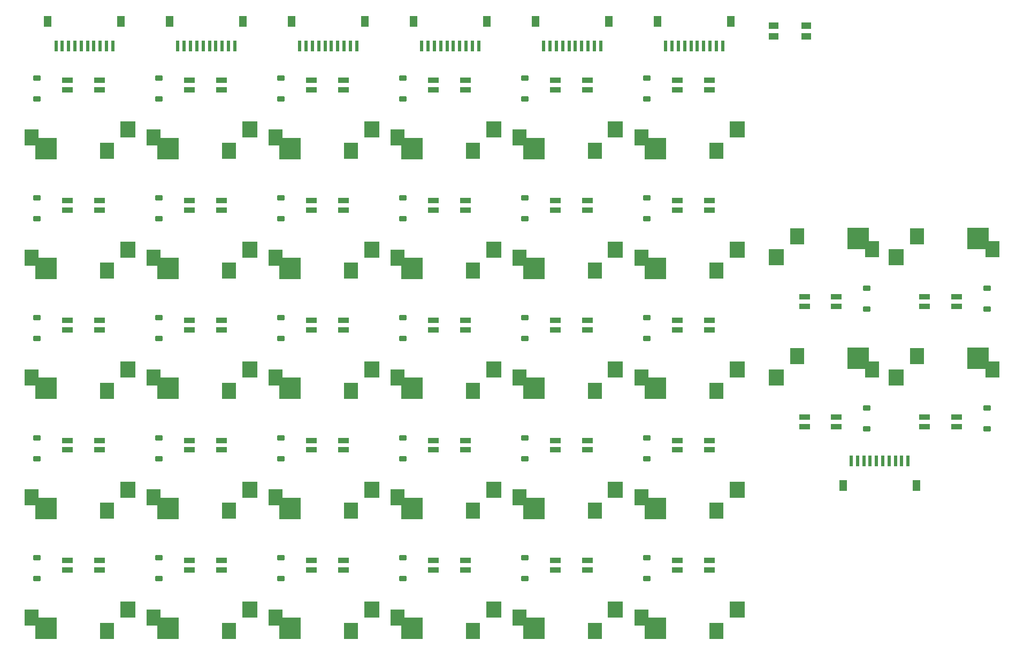
<source format=gbl>
G04 #@! TF.GenerationSoftware,KiCad,Pcbnew,7.0.8*
G04 #@! TF.CreationDate,2023-11-08T21:34:37-08:00*
G04 #@! TF.ProjectId,Seismos_5CoreStencil,53656973-6d6f-4735-9f35-436f72655374,rev?*
G04 #@! TF.SameCoordinates,Original*
G04 #@! TF.FileFunction,Copper,L2,Bot*
G04 #@! TF.FilePolarity,Positive*
%FSLAX46Y46*%
G04 Gerber Fmt 4.6, Leading zero omitted, Abs format (unit mm)*
G04 Created by KiCad (PCBNEW 7.0.8) date 2023-11-08 21:34:37*
%MOMM*%
%LPD*%
G01*
G04 APERTURE LIST*
G04 Aperture macros list*
%AMRoundRect*
0 Rectangle with rounded corners*
0 $1 Rounding radius*
0 $2 $3 $4 $5 $6 $7 $8 $9 X,Y pos of 4 corners*
0 Add a 4 corners polygon primitive as box body*
4,1,4,$2,$3,$4,$5,$6,$7,$8,$9,$2,$3,0*
0 Add four circle primitives for the rounded corners*
1,1,$1+$1,$2,$3*
1,1,$1+$1,$4,$5*
1,1,$1+$1,$6,$7*
1,1,$1+$1,$8,$9*
0 Add four rect primitives between the rounded corners*
20,1,$1+$1,$2,$3,$4,$5,0*
20,1,$1+$1,$4,$5,$6,$7,0*
20,1,$1+$1,$6,$7,$8,$9,0*
20,1,$1+$1,$8,$9,$2,$3,0*%
G04 Aperture macros list end*
G04 #@! TA.AperFunction,SMDPad,CuDef*
%ADD10R,2.400000X2.600000*%
G04 #@! TD*
G04 #@! TA.AperFunction,SMDPad,CuDef*
%ADD11R,3.500000X3.500000*%
G04 #@! TD*
G04 #@! TA.AperFunction,SMDPad,CuDef*
%ADD12R,1.750000X0.812800*%
G04 #@! TD*
G04 #@! TA.AperFunction,SMDPad,CuDef*
%ADD13R,2.300000X2.600000*%
G04 #@! TD*
G04 #@! TA.AperFunction,SMDPad,CuDef*
%ADD14RoundRect,0.225000X-0.375000X0.225000X-0.375000X-0.225000X0.375000X-0.225000X0.375000X0.225000X0*%
G04 #@! TD*
G04 #@! TA.AperFunction,SMDPad,CuDef*
%ADD15RoundRect,0.225000X0.375000X-0.225000X0.375000X0.225000X-0.375000X0.225000X-0.375000X-0.225000X0*%
G04 #@! TD*
G04 #@! TA.AperFunction,SMDPad,CuDef*
%ADD16R,0.600000X1.700000*%
G04 #@! TD*
G04 #@! TA.AperFunction,SMDPad,CuDef*
%ADD17R,1.200000X1.800000*%
G04 #@! TD*
G04 #@! TA.AperFunction,SMDPad,CuDef*
%ADD18R,1.550000X1.000000*%
G04 #@! TD*
G04 APERTURE END LIST*
D10*
X46510000Y-114640000D03*
D11*
X33560000Y-117615000D03*
D12*
X36998100Y-108353500D03*
X42028000Y-108353500D03*
X36998100Y-106854900D03*
D13*
X43210000Y-118000000D03*
X31310000Y-115900000D03*
D12*
X42028000Y-106854900D03*
D10*
X46510000Y-57640000D03*
D11*
X33560000Y-60615000D03*
D12*
X36998100Y-51353500D03*
X42028000Y-51353500D03*
X36998100Y-49854900D03*
D13*
X43210000Y-61000000D03*
X31310000Y-58900000D03*
D12*
X42028000Y-49854900D03*
D14*
X32150000Y-90750000D03*
X32150000Y-87450000D03*
D10*
X46510000Y-95640000D03*
D11*
X33560000Y-98615000D03*
D12*
X36998100Y-89353500D03*
X42028000Y-89353500D03*
X36998100Y-87854900D03*
D13*
X43210000Y-99000000D03*
X31310000Y-96900000D03*
D12*
X42028000Y-87854900D03*
D14*
X32150000Y-109750000D03*
X32150000Y-106450000D03*
X32150000Y-52750000D03*
X32150000Y-49450000D03*
D10*
X46510000Y-38640000D03*
D11*
X33560000Y-41615000D03*
D12*
X36998100Y-32353500D03*
X42028000Y-32353500D03*
X36998100Y-30854900D03*
D13*
X43210000Y-42000000D03*
X31310000Y-39900000D03*
D12*
X42028000Y-30854900D03*
D14*
X32150000Y-33750000D03*
X32150000Y-30450000D03*
D10*
X46510000Y-76640000D03*
D11*
X33560000Y-79615000D03*
D12*
X36998100Y-70353500D03*
X42028000Y-70353500D03*
X36998100Y-68854900D03*
D13*
X43210000Y-80000000D03*
X31310000Y-77900000D03*
D12*
X42028000Y-68854900D03*
D14*
X32150000Y-71750000D03*
X32150000Y-68450000D03*
D10*
X65810000Y-114640000D03*
D11*
X52860000Y-117615000D03*
D12*
X56298100Y-108353500D03*
X61328000Y-108353500D03*
X56298100Y-106854900D03*
D13*
X62510000Y-118000000D03*
X50610000Y-115900000D03*
D12*
X61328000Y-106854900D03*
D10*
X65810000Y-57640000D03*
D11*
X52860000Y-60615000D03*
D12*
X56298100Y-51353500D03*
X61328000Y-51353500D03*
X56298100Y-49854900D03*
D13*
X62510000Y-61000000D03*
X50610000Y-58900000D03*
D12*
X61328000Y-49854900D03*
D14*
X51450000Y-90750000D03*
X51450000Y-87450000D03*
D10*
X65810000Y-95640000D03*
D11*
X52860000Y-98615000D03*
D12*
X56298100Y-89353500D03*
X61328000Y-89353500D03*
X56298100Y-87854900D03*
D13*
X62510000Y-99000000D03*
X50610000Y-96900000D03*
D12*
X61328000Y-87854900D03*
D14*
X51450000Y-109750000D03*
X51450000Y-106450000D03*
X51450000Y-52750000D03*
X51450000Y-49450000D03*
D10*
X65810000Y-38640000D03*
D11*
X52860000Y-41615000D03*
D12*
X56298100Y-32353500D03*
X61328000Y-32353500D03*
X56298100Y-30854900D03*
D13*
X62510000Y-42000000D03*
X50610000Y-39900000D03*
D12*
X61328000Y-30854900D03*
D14*
X51450000Y-33750000D03*
X51450000Y-30450000D03*
D10*
X65810000Y-76640000D03*
D11*
X52860000Y-79615000D03*
D12*
X56298100Y-70353500D03*
X61328000Y-70353500D03*
X56298100Y-68854900D03*
D13*
X62510000Y-80000000D03*
X50610000Y-77900000D03*
D12*
X61328000Y-68854900D03*
D14*
X51450000Y-71750000D03*
X51450000Y-68450000D03*
D10*
X85110000Y-114640000D03*
D11*
X72160000Y-117615000D03*
D12*
X75598100Y-108353500D03*
X80628000Y-108353500D03*
X75598100Y-106854900D03*
D13*
X81810000Y-118000000D03*
X69910000Y-115900000D03*
D12*
X80628000Y-106854900D03*
D10*
X85110000Y-57640000D03*
D11*
X72160000Y-60615000D03*
D12*
X75598100Y-51353500D03*
X80628000Y-51353500D03*
X75598100Y-49854900D03*
D13*
X81810000Y-61000000D03*
X69910000Y-58900000D03*
D12*
X80628000Y-49854900D03*
D14*
X70750000Y-90750000D03*
X70750000Y-87450000D03*
D10*
X85110000Y-95640000D03*
D11*
X72160000Y-98615000D03*
D12*
X75598100Y-89353500D03*
X80628000Y-89353500D03*
X75598100Y-87854900D03*
D13*
X81810000Y-99000000D03*
X69910000Y-96900000D03*
D12*
X80628000Y-87854900D03*
D14*
X70750000Y-109750000D03*
X70750000Y-106450000D03*
X70750000Y-52750000D03*
X70750000Y-49450000D03*
D10*
X85110000Y-38640000D03*
D11*
X72160000Y-41615000D03*
D12*
X75598100Y-32353500D03*
X80628000Y-32353500D03*
X75598100Y-30854900D03*
D13*
X81810000Y-42000000D03*
X69910000Y-39900000D03*
D12*
X80628000Y-30854900D03*
D14*
X70750000Y-33750000D03*
X70750000Y-30450000D03*
D10*
X85110000Y-76640000D03*
D11*
X72160000Y-79615000D03*
D12*
X75598100Y-70353500D03*
X80628000Y-70353500D03*
X75598100Y-68854900D03*
D13*
X81810000Y-80000000D03*
X69910000Y-77900000D03*
D12*
X80628000Y-68854900D03*
D14*
X70750000Y-71750000D03*
X70750000Y-68450000D03*
D10*
X104410000Y-114640000D03*
D11*
X91460000Y-117615000D03*
D12*
X94898100Y-108353500D03*
X99928000Y-108353500D03*
X94898100Y-106854900D03*
D13*
X101110000Y-118000000D03*
X89210000Y-115900000D03*
D12*
X99928000Y-106854900D03*
D10*
X104410000Y-57640000D03*
D11*
X91460000Y-60615000D03*
D12*
X94898100Y-51353500D03*
X99928000Y-51353500D03*
X94898100Y-49854900D03*
D13*
X101110000Y-61000000D03*
X89210000Y-58900000D03*
D12*
X99928000Y-49854900D03*
D14*
X90050000Y-90750000D03*
X90050000Y-87450000D03*
D10*
X104410000Y-95640000D03*
D11*
X91460000Y-98615000D03*
D12*
X94898100Y-89353500D03*
X99928000Y-89353500D03*
X94898100Y-87854900D03*
D13*
X101110000Y-99000000D03*
X89210000Y-96900000D03*
D12*
X99928000Y-87854900D03*
D14*
X90050000Y-109750000D03*
X90050000Y-106450000D03*
X90050000Y-52750000D03*
X90050000Y-49450000D03*
D10*
X104410000Y-38640000D03*
D11*
X91460000Y-41615000D03*
D12*
X94898100Y-32353500D03*
X99928000Y-32353500D03*
X94898100Y-30854900D03*
D13*
X101110000Y-42000000D03*
X89210000Y-39900000D03*
D12*
X99928000Y-30854900D03*
D14*
X90050000Y-33750000D03*
X90050000Y-30450000D03*
D10*
X104410000Y-76640000D03*
D11*
X91460000Y-79615000D03*
D12*
X94898100Y-70353500D03*
X99928000Y-70353500D03*
X94898100Y-68854900D03*
D13*
X101110000Y-80000000D03*
X89210000Y-77900000D03*
D12*
X99928000Y-68854900D03*
D14*
X90050000Y-71750000D03*
X90050000Y-68450000D03*
D10*
X123710000Y-114640000D03*
D11*
X110760000Y-117615000D03*
D12*
X114198100Y-108353500D03*
X119228000Y-108353500D03*
X114198100Y-106854900D03*
D13*
X120410000Y-118000000D03*
X108510000Y-115900000D03*
D12*
X119228000Y-106854900D03*
D10*
X123710000Y-57640000D03*
D11*
X110760000Y-60615000D03*
D12*
X114198100Y-51353500D03*
X119228000Y-51353500D03*
X114198100Y-49854900D03*
D13*
X120410000Y-61000000D03*
X108510000Y-58900000D03*
D12*
X119228000Y-49854900D03*
D14*
X109350000Y-90750000D03*
X109350000Y-87450000D03*
D10*
X123710000Y-95640000D03*
D11*
X110760000Y-98615000D03*
D12*
X114198100Y-89353500D03*
X119228000Y-89353500D03*
X114198100Y-87854900D03*
D13*
X120410000Y-99000000D03*
X108510000Y-96900000D03*
D12*
X119228000Y-87854900D03*
D14*
X109350000Y-109750000D03*
X109350000Y-106450000D03*
X109350000Y-52750000D03*
X109350000Y-49450000D03*
D10*
X123710000Y-38640000D03*
D11*
X110760000Y-41615000D03*
D12*
X114198100Y-32353500D03*
X119228000Y-32353500D03*
X114198100Y-30854900D03*
D13*
X120410000Y-42000000D03*
X108510000Y-39900000D03*
D12*
X119228000Y-30854900D03*
D14*
X109350000Y-33750000D03*
X109350000Y-30450000D03*
D10*
X123710000Y-76640000D03*
D11*
X110760000Y-79615000D03*
D12*
X114198100Y-70353500D03*
X119228000Y-70353500D03*
X114198100Y-68854900D03*
D13*
X120410000Y-80000000D03*
X108510000Y-77900000D03*
D12*
X119228000Y-68854900D03*
D14*
X109350000Y-71750000D03*
X109350000Y-68450000D03*
X128650000Y-109750000D03*
X128650000Y-106450000D03*
X128650000Y-71750000D03*
X128650000Y-68450000D03*
D10*
X143010000Y-76640000D03*
D11*
X130060000Y-79615000D03*
D12*
X133498100Y-70353500D03*
X138528000Y-70353500D03*
X133498100Y-68854900D03*
D13*
X139710000Y-80000000D03*
X127810000Y-77900000D03*
D12*
X138528000Y-68854900D03*
D10*
X143010000Y-95640000D03*
D11*
X130060000Y-98615000D03*
D12*
X133498100Y-89353500D03*
X138528000Y-89353500D03*
X133498100Y-87854900D03*
D13*
X139710000Y-99000000D03*
X127810000Y-96900000D03*
D12*
X138528000Y-87854900D03*
D10*
X143010000Y-114640000D03*
D11*
X130060000Y-117615000D03*
D12*
X133498100Y-108353500D03*
X138528000Y-108353500D03*
X133498100Y-106854900D03*
D13*
X139710000Y-118000000D03*
X127810000Y-115900000D03*
D12*
X138528000Y-106854900D03*
D10*
X143010000Y-57640000D03*
D11*
X130060000Y-60615000D03*
D12*
X133498100Y-51353500D03*
X138528000Y-51353500D03*
X133498100Y-49854900D03*
D13*
X139710000Y-61000000D03*
X127810000Y-58900000D03*
D12*
X138528000Y-49854900D03*
D14*
X128650000Y-33750000D03*
X128650000Y-30450000D03*
X128650000Y-52750000D03*
X128650000Y-49450000D03*
D10*
X143010000Y-38640000D03*
D11*
X130060000Y-41615000D03*
D12*
X133498100Y-32353500D03*
X138528000Y-32353500D03*
X133498100Y-30854900D03*
D13*
X139710000Y-42000000D03*
X127810000Y-39900000D03*
D12*
X138528000Y-30854900D03*
D14*
X128650000Y-90750000D03*
X128650000Y-87450000D03*
D15*
X182500000Y-86050000D03*
X182500000Y-82750000D03*
X163500000Y-86050000D03*
X163500000Y-82750000D03*
D12*
X153622000Y-85645100D03*
D13*
X164340000Y-76600000D03*
X152440000Y-74500000D03*
D12*
X158651900Y-85645100D03*
X153622000Y-84146500D03*
X158651900Y-84146500D03*
D11*
X162090000Y-74885000D03*
D10*
X149140000Y-77860000D03*
D15*
X163500000Y-67050000D03*
X163500000Y-63750000D03*
D12*
X172622000Y-85645100D03*
D13*
X183340000Y-76600000D03*
X171440000Y-74500000D03*
D12*
X177651900Y-85645100D03*
X172622000Y-84146500D03*
X177651900Y-84146500D03*
D11*
X181090000Y-74885000D03*
D10*
X168140000Y-77860000D03*
D12*
X153622000Y-66645100D03*
D13*
X164340000Y-57600000D03*
X152440000Y-55500000D03*
D12*
X158651900Y-66645100D03*
X153622000Y-65146500D03*
X158651900Y-65146500D03*
D11*
X162090000Y-55885000D03*
D10*
X149140000Y-58860000D03*
D12*
X172622000Y-66645100D03*
D13*
X183340000Y-57600000D03*
X171440000Y-55500000D03*
D12*
X177651900Y-66645100D03*
X172622000Y-65146500D03*
X177651900Y-65146500D03*
D11*
X181090000Y-55885000D03*
D10*
X168140000Y-58860000D03*
D15*
X182500000Y-67050000D03*
X182500000Y-63750000D03*
D16*
X170000000Y-91114000D03*
X169000000Y-91114000D03*
X168000000Y-91115000D03*
X167000000Y-91115000D03*
X166000000Y-91115000D03*
X165000000Y-91115000D03*
X164000000Y-91115000D03*
X163000000Y-91115000D03*
X162000000Y-91115000D03*
X161000000Y-91115000D03*
D17*
X171300000Y-94990000D03*
X159700000Y-94990000D03*
D16*
X131650000Y-25386000D03*
X132650000Y-25386000D03*
X133650000Y-25385000D03*
X134650000Y-25385000D03*
X135650000Y-25385000D03*
X136650000Y-25385000D03*
X137650000Y-25385000D03*
X138650000Y-25385000D03*
X139650000Y-25385000D03*
X140650000Y-25385000D03*
D17*
X130350000Y-21510000D03*
X141950000Y-21510000D03*
D16*
X35150000Y-25386000D03*
X36150000Y-25386000D03*
X37150000Y-25385000D03*
X38150000Y-25385000D03*
X39150000Y-25385000D03*
X40150000Y-25385000D03*
X41150000Y-25385000D03*
X42150000Y-25385000D03*
X43150000Y-25385000D03*
X44150000Y-25385000D03*
D17*
X33850000Y-21510000D03*
X45450000Y-21510000D03*
D16*
X54450000Y-25386000D03*
X55450000Y-25386000D03*
X56450000Y-25385000D03*
X57450000Y-25385000D03*
X58450000Y-25385000D03*
X59450000Y-25385000D03*
X60450000Y-25385000D03*
X61450000Y-25385000D03*
X62450000Y-25385000D03*
X63450000Y-25385000D03*
D17*
X53150000Y-21510000D03*
X64750000Y-21510000D03*
D18*
X148687500Y-22199500D03*
X148687500Y-23899500D03*
X153887500Y-22199500D03*
X153887500Y-23899500D03*
D16*
X93050000Y-25386000D03*
X94050000Y-25386000D03*
X95050000Y-25385000D03*
X96050000Y-25385000D03*
X97050000Y-25385000D03*
X98050000Y-25385000D03*
X99050000Y-25385000D03*
X100050000Y-25385000D03*
X101050000Y-25385000D03*
X102050000Y-25385000D03*
D17*
X91750000Y-21510000D03*
X103350000Y-21510000D03*
D16*
X73750000Y-25386000D03*
X74750000Y-25386000D03*
X75750000Y-25385000D03*
X76750000Y-25385000D03*
X77750000Y-25385000D03*
X78750000Y-25385000D03*
X79750000Y-25385000D03*
X80750000Y-25385000D03*
X81750000Y-25385000D03*
X82750000Y-25385000D03*
D17*
X72450000Y-21510000D03*
X84050000Y-21510000D03*
D16*
X112350000Y-25386000D03*
X113350000Y-25386000D03*
X114350000Y-25385000D03*
X115350000Y-25385000D03*
X116350000Y-25385000D03*
X117350000Y-25385000D03*
X118350000Y-25385000D03*
X119350000Y-25385000D03*
X120350000Y-25385000D03*
X121350000Y-25385000D03*
D17*
X111050000Y-21510000D03*
X122650000Y-21510000D03*
M02*

</source>
